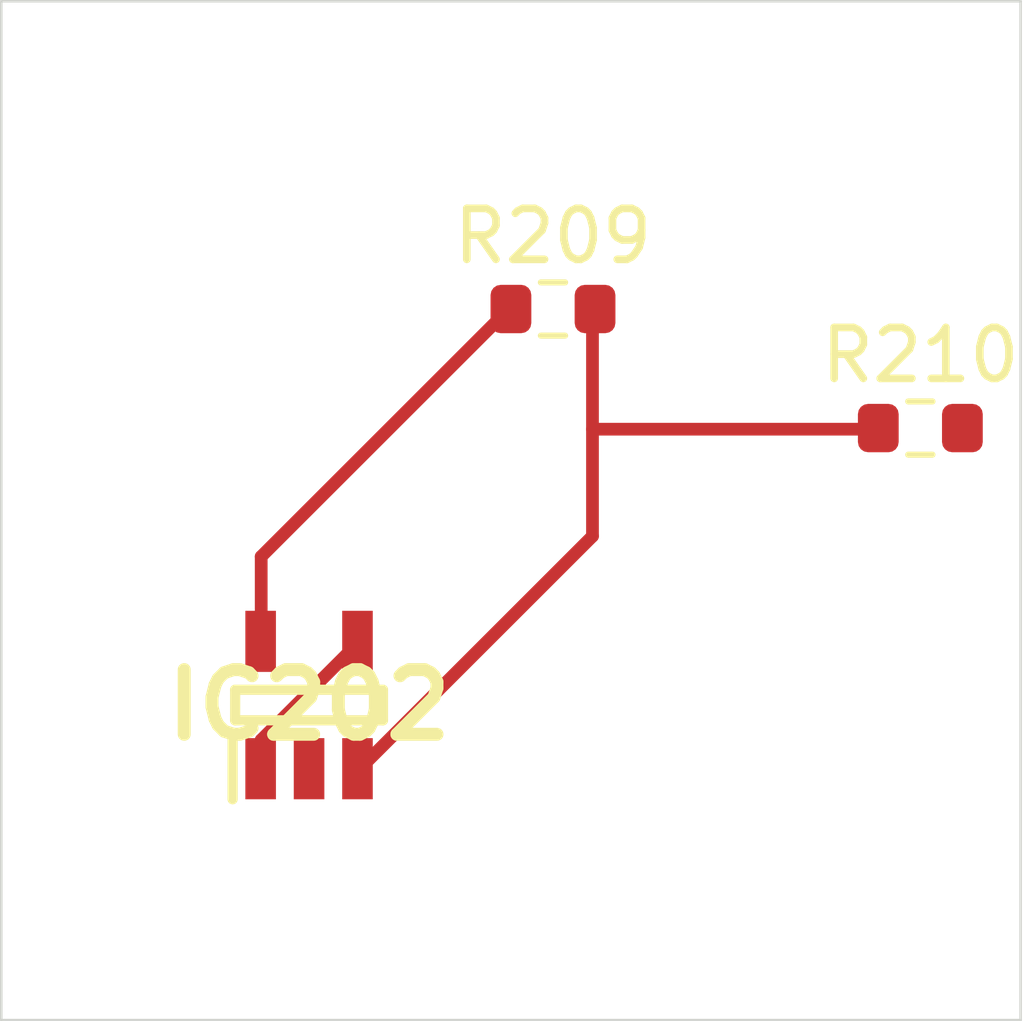
<source format=kicad_pcb>
 ( kicad_pcb  ( version 20171130 )
 ( host pcbnew 5.1.12-84ad8e8a86~92~ubuntu18.04.1 )
 ( general  ( thickness 1.6 )
 ( drawings 4 )
 ( tracks 0 )
 ( zones 0 )
 ( modules 3 )
 ( nets 5 )
)
 ( page A4 )
 ( layers  ( 0 F.Cu signal )
 ( 31 B.Cu signal )
 ( 32 B.Adhes user )
 ( 33 F.Adhes user )
 ( 34 B.Paste user )
 ( 35 F.Paste user )
 ( 36 B.SilkS user )
 ( 37 F.SilkS user )
 ( 38 B.Mask user )
 ( 39 F.Mask user )
 ( 40 Dwgs.User user )
 ( 41 Cmts.User user )
 ( 42 Eco1.User user )
 ( 43 Eco2.User user )
 ( 44 Edge.Cuts user )
 ( 45 Margin user )
 ( 46 B.CrtYd user )
 ( 47 F.CrtYd user )
 ( 48 B.Fab user )
 ( 49 F.Fab user )
)
 ( setup  ( last_trace_width 0.25 )
 ( trace_clearance 0.2 )
 ( zone_clearance 0.508 )
 ( zone_45_only no )
 ( trace_min 0.2 )
 ( via_size 0.8 )
 ( via_drill 0.4 )
 ( via_min_size 0.4 )
 ( via_min_drill 0.3 )
 ( uvia_size 0.3 )
 ( uvia_drill 0.1 )
 ( uvias_allowed no )
 ( uvia_min_size 0.2 )
 ( uvia_min_drill 0.1 )
 ( edge_width 0.05 )
 ( segment_width 0.2 )
 ( pcb_text_width 0.3 )
 ( pcb_text_size 1.5 1.5 )
 ( mod_edge_width 0.12 )
 ( mod_text_size 1 1 )
 ( mod_text_width 0.15 )
 ( pad_size 1.524 1.524 )
 ( pad_drill 0.762 )
 ( pad_to_mask_clearance 0 )
 ( aux_axis_origin 0 0 )
 ( visible_elements FFFFFF7F )
 ( pcbplotparams  ( layerselection 0x010fc_ffffffff )
 ( usegerberextensions false )
 ( usegerberattributes true )
 ( usegerberadvancedattributes true )
 ( creategerberjobfile true )
 ( excludeedgelayer true )
 ( linewidth 0.100000 )
 ( plotframeref false )
 ( viasonmask false )
 ( mode 1 )
 ( useauxorigin false )
 ( hpglpennumber 1 )
 ( hpglpenspeed 20 )
 ( hpglpendiameter 15.000000 )
 ( psnegative false )
 ( psa4output false )
 ( plotreference true )
 ( plotvalue true )
 ( plotinvisibletext false )
 ( padsonsilk false )
 ( subtractmaskfromsilk false )
 ( outputformat 1 )
 ( mirror false )
 ( drillshape 1 )
 ( scaleselection 1 )
 ( outputdirectory "" )
)
)
 ( net 0 "" )
 ( net 1 GND )
 ( net 2 VDDA )
 ( net 3 /Sheet6235D886/vp )
 ( net 4 "Net-(IC202-Pad3)" )
 ( net_class Default "This is the default net class."  ( clearance 0.2 )
 ( trace_width 0.25 )
 ( via_dia 0.8 )
 ( via_drill 0.4 )
 ( uvia_dia 0.3 )
 ( uvia_drill 0.1 )
 ( add_net /Sheet6235D886/vp )
 ( add_net GND )
 ( add_net "Net-(IC202-Pad3)" )
 ( add_net VDDA )
)
 ( module SOT95P280X145-5N locked  ( layer F.Cu )
 ( tedit 62336ED7 )
 ( tstamp 623423ED )
 ( at 86.038900 113.815000 90.000000 )
 ( descr DBV0005A )
 ( tags "Integrated Circuit" )
 ( path /6235D887/6266C08E )
 ( attr smd )
 ( fp_text reference IC202  ( at 0 0 )
 ( layer F.SilkS )
 ( effects  ( font  ( size 1.27 1.27 )
 ( thickness 0.254 )
)
)
)
 ( fp_text value TL071HIDBVR  ( at 0 0 )
 ( layer F.SilkS )
hide  ( effects  ( font  ( size 1.27 1.27 )
 ( thickness 0.254 )
)
)
)
 ( fp_line  ( start -1.85 -1.5 )
 ( end -0.65 -1.5 )
 ( layer F.SilkS )
 ( width 0.2 )
)
 ( fp_line  ( start -0.3 1.45 )
 ( end -0.3 -1.45 )
 ( layer F.SilkS )
 ( width 0.2 )
)
 ( fp_line  ( start 0.3 1.45 )
 ( end -0.3 1.45 )
 ( layer F.SilkS )
 ( width 0.2 )
)
 ( fp_line  ( start 0.3 -1.45 )
 ( end 0.3 1.45 )
 ( layer F.SilkS )
 ( width 0.2 )
)
 ( fp_line  ( start -0.3 -1.45 )
 ( end 0.3 -1.45 )
 ( layer F.SilkS )
 ( width 0.2 )
)
 ( fp_line  ( start -0.8 -0.5 )
 ( end 0.15 -1.45 )
 ( layer Dwgs.User )
 ( width 0.1 )
)
 ( fp_line  ( start -0.8 1.45 )
 ( end -0.8 -1.45 )
 ( layer Dwgs.User )
 ( width 0.1 )
)
 ( fp_line  ( start 0.8 1.45 )
 ( end -0.8 1.45 )
 ( layer Dwgs.User )
 ( width 0.1 )
)
 ( fp_line  ( start 0.8 -1.45 )
 ( end 0.8 1.45 )
 ( layer Dwgs.User )
 ( width 0.1 )
)
 ( fp_line  ( start -0.8 -1.45 )
 ( end 0.8 -1.45 )
 ( layer Dwgs.User )
 ( width 0.1 )
)
 ( fp_line  ( start -2.1 1.775 )
 ( end -2.1 -1.775 )
 ( layer Dwgs.User )
 ( width 0.05 )
)
 ( fp_line  ( start 2.1 1.775 )
 ( end -2.1 1.775 )
 ( layer Dwgs.User )
 ( width 0.05 )
)
 ( fp_line  ( start 2.1 -1.775 )
 ( end 2.1 1.775 )
 ( layer Dwgs.User )
 ( width 0.05 )
)
 ( fp_line  ( start -2.1 -1.775 )
 ( end 2.1 -1.775 )
 ( layer Dwgs.User )
 ( width 0.05 )
)
 ( pad 1 smd rect  ( at -1.25 -0.95 180.000000 )
 ( size 0.6 1.2 )
 ( layers F.Cu F.Mask F.Paste )
 ( net 3 /Sheet6235D886/vp )
)
 ( pad 2 smd rect  ( at -1.25 0 180.000000 )
 ( size 0.6 1.2 )
 ( layers F.Cu F.Mask F.Paste )
 ( net 1 GND )
)
 ( pad 3 smd rect  ( at -1.25 0.95 180.000000 )
 ( size 0.6 1.2 )
 ( layers F.Cu F.Mask F.Paste )
 ( net 4 "Net-(IC202-Pad3)" )
)
 ( pad 4 smd rect  ( at 1.25 0.95 180.000000 )
 ( size 0.6 1.2 )
 ( layers F.Cu F.Mask F.Paste )
 ( net 3 /Sheet6235D886/vp )
)
 ( pad 5 smd rect  ( at 1.25 -0.95 180.000000 )
 ( size 0.6 1.2 )
 ( layers F.Cu F.Mask F.Paste )
 ( net 2 VDDA )
)
)
 ( module Resistor_SMD:R_0603_1608Metric  ( layer F.Cu )
 ( tedit 5F68FEEE )
 ( tstamp 62342595 )
 ( at 90.824900 106.041000 )
 ( descr "Resistor SMD 0603 (1608 Metric), square (rectangular) end terminal, IPC_7351 nominal, (Body size source: IPC-SM-782 page 72, https://www.pcb-3d.com/wordpress/wp-content/uploads/ipc-sm-782a_amendment_1_and_2.pdf), generated with kicad-footprint-generator" )
 ( tags resistor )
 ( path /6235D887/623CDBD9 )
 ( attr smd )
 ( fp_text reference R209  ( at 0 -1.43 )
 ( layer F.SilkS )
 ( effects  ( font  ( size 1 1 )
 ( thickness 0.15 )
)
)
)
 ( fp_text value 100k  ( at 0 1.43 )
 ( layer F.Fab )
 ( effects  ( font  ( size 1 1 )
 ( thickness 0.15 )
)
)
)
 ( fp_line  ( start -0.8 0.4125 )
 ( end -0.8 -0.4125 )
 ( layer F.Fab )
 ( width 0.1 )
)
 ( fp_line  ( start -0.8 -0.4125 )
 ( end 0.8 -0.4125 )
 ( layer F.Fab )
 ( width 0.1 )
)
 ( fp_line  ( start 0.8 -0.4125 )
 ( end 0.8 0.4125 )
 ( layer F.Fab )
 ( width 0.1 )
)
 ( fp_line  ( start 0.8 0.4125 )
 ( end -0.8 0.4125 )
 ( layer F.Fab )
 ( width 0.1 )
)
 ( fp_line  ( start -0.237258 -0.5225 )
 ( end 0.237258 -0.5225 )
 ( layer F.SilkS )
 ( width 0.12 )
)
 ( fp_line  ( start -0.237258 0.5225 )
 ( end 0.237258 0.5225 )
 ( layer F.SilkS )
 ( width 0.12 )
)
 ( fp_line  ( start -1.48 0.73 )
 ( end -1.48 -0.73 )
 ( layer F.CrtYd )
 ( width 0.05 )
)
 ( fp_line  ( start -1.48 -0.73 )
 ( end 1.48 -0.73 )
 ( layer F.CrtYd )
 ( width 0.05 )
)
 ( fp_line  ( start 1.48 -0.73 )
 ( end 1.48 0.73 )
 ( layer F.CrtYd )
 ( width 0.05 )
)
 ( fp_line  ( start 1.48 0.73 )
 ( end -1.48 0.73 )
 ( layer F.CrtYd )
 ( width 0.05 )
)
 ( fp_text user %R  ( at 0 0 )
 ( layer F.Fab )
 ( effects  ( font  ( size 0.4 0.4 )
 ( thickness 0.06 )
)
)
)
 ( pad 1 smd roundrect  ( at -0.825 0 )
 ( size 0.8 0.95 )
 ( layers F.Cu F.Mask F.Paste )
 ( roundrect_rratio 0.25 )
 ( net 2 VDDA )
)
 ( pad 2 smd roundrect  ( at 0.825 0 )
 ( size 0.8 0.95 )
 ( layers F.Cu F.Mask F.Paste )
 ( roundrect_rratio 0.25 )
 ( net 4 "Net-(IC202-Pad3)" )
)
 ( model ${KISYS3DMOD}/Resistor_SMD.3dshapes/R_0603_1608Metric.wrl  ( at  ( xyz 0 0 0 )
)
 ( scale  ( xyz 1 1 1 )
)
 ( rotate  ( xyz 0 0 0 )
)
)
)
 ( module Resistor_SMD:R_0603_1608Metric  ( layer F.Cu )
 ( tedit 5F68FEEE )
 ( tstamp 623425A6 )
 ( at 98.032600 108.378000 )
 ( descr "Resistor SMD 0603 (1608 Metric), square (rectangular) end terminal, IPC_7351 nominal, (Body size source: IPC-SM-782 page 72, https://www.pcb-3d.com/wordpress/wp-content/uploads/ipc-sm-782a_amendment_1_and_2.pdf), generated with kicad-footprint-generator" )
 ( tags resistor )
 ( path /6235D887/623CDBDF )
 ( attr smd )
 ( fp_text reference R210  ( at 0 -1.43 )
 ( layer F.SilkS )
 ( effects  ( font  ( size 1 1 )
 ( thickness 0.15 )
)
)
)
 ( fp_text value 100k  ( at 0 1.43 )
 ( layer F.Fab )
 ( effects  ( font  ( size 1 1 )
 ( thickness 0.15 )
)
)
)
 ( fp_line  ( start 1.48 0.73 )
 ( end -1.48 0.73 )
 ( layer F.CrtYd )
 ( width 0.05 )
)
 ( fp_line  ( start 1.48 -0.73 )
 ( end 1.48 0.73 )
 ( layer F.CrtYd )
 ( width 0.05 )
)
 ( fp_line  ( start -1.48 -0.73 )
 ( end 1.48 -0.73 )
 ( layer F.CrtYd )
 ( width 0.05 )
)
 ( fp_line  ( start -1.48 0.73 )
 ( end -1.48 -0.73 )
 ( layer F.CrtYd )
 ( width 0.05 )
)
 ( fp_line  ( start -0.237258 0.5225 )
 ( end 0.237258 0.5225 )
 ( layer F.SilkS )
 ( width 0.12 )
)
 ( fp_line  ( start -0.237258 -0.5225 )
 ( end 0.237258 -0.5225 )
 ( layer F.SilkS )
 ( width 0.12 )
)
 ( fp_line  ( start 0.8 0.4125 )
 ( end -0.8 0.4125 )
 ( layer F.Fab )
 ( width 0.1 )
)
 ( fp_line  ( start 0.8 -0.4125 )
 ( end 0.8 0.4125 )
 ( layer F.Fab )
 ( width 0.1 )
)
 ( fp_line  ( start -0.8 -0.4125 )
 ( end 0.8 -0.4125 )
 ( layer F.Fab )
 ( width 0.1 )
)
 ( fp_line  ( start -0.8 0.4125 )
 ( end -0.8 -0.4125 )
 ( layer F.Fab )
 ( width 0.1 )
)
 ( fp_text user %R  ( at 0 0 )
 ( layer F.Fab )
 ( effects  ( font  ( size 0.4 0.4 )
 ( thickness 0.06 )
)
)
)
 ( pad 2 smd roundrect  ( at 0.825 0 )
 ( size 0.8 0.95 )
 ( layers F.Cu F.Mask F.Paste )
 ( roundrect_rratio 0.25 )
 ( net 1 GND )
)
 ( pad 1 smd roundrect  ( at -0.825 0 )
 ( size 0.8 0.95 )
 ( layers F.Cu F.Mask F.Paste )
 ( roundrect_rratio 0.25 )
 ( net 4 "Net-(IC202-Pad3)" )
)
 ( model ${KISYS3DMOD}/Resistor_SMD.3dshapes/R_0603_1608Metric.wrl  ( at  ( xyz 0 0 0 )
)
 ( scale  ( xyz 1 1 1 )
)
 ( rotate  ( xyz 0 0 0 )
)
)
)
 ( gr_line  ( start 100 100 )
 ( end 100 120 )
 ( layer Edge.Cuts )
 ( width 0.05 )
 ( tstamp 62E770C4 )
)
 ( gr_line  ( start 80 120 )
 ( end 100 120 )
 ( layer Edge.Cuts )
 ( width 0.05 )
 ( tstamp 62E770C0 )
)
 ( gr_line  ( start 80 100 )
 ( end 100 100 )
 ( layer Edge.Cuts )
 ( width 0.05 )
 ( tstamp 6234110C )
)
 ( gr_line  ( start 80 100 )
 ( end 80 120 )
 ( layer Edge.Cuts )
 ( width 0.05 )
)
 ( segment  ( start 90.000001 106.000002 )
 ( end 85.100001 110.900002 )
 ( width 0.250000 )
 ( layer F.Cu )
 ( net 2 )
)
 ( segment  ( start 85.100001 110.900002 )
 ( end 85.100001 112.600002 )
 ( width 0.250000 )
 ( layer F.Cu )
 ( net 2 )
)
 ( segment  ( start 87.000001 112.600002 )
 ( end 85.100001 114.500002 )
 ( width 0.250000 )
 ( layer F.Cu )
 ( net 3 )
)
 ( segment  ( start 85.100001 114.500002 )
 ( end 85.100001 115.100002 )
 ( width 0.250000 )
 ( layer F.Cu )
 ( net 3 )
)
 ( segment  ( start 91.600001 106.000002 )
 ( end 91.600001 110.500002 )
 ( width 0.250000 )
 ( layer F.Cu )
 ( net 4 )
)
 ( segment  ( start 91.600001 110.500002 )
 ( end 87.000001 115.100002 )
 ( width 0.250000 )
 ( layer F.Cu )
 ( net 4 )
)
 ( segment  ( start 97.200001 108.400002 )
 ( end 91.600001 108.400002 )
 ( width 0.250000 )
 ( layer F.Cu )
 ( net 4 )
)
)

</source>
